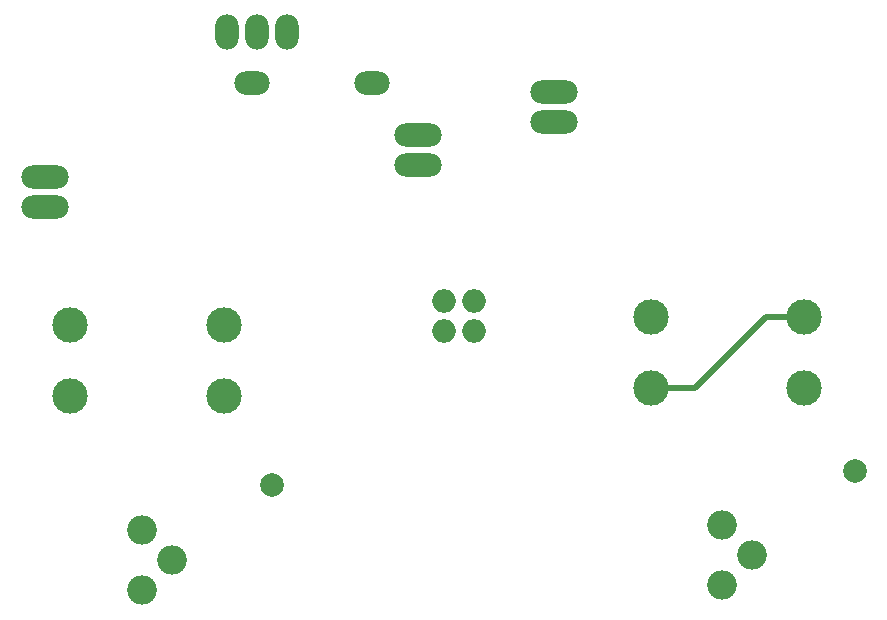
<source format=gbr>
%TF.GenerationSoftware,KiCad,Pcbnew,(6.0.7)*%
%TF.CreationDate,2023-01-19T20:49:39-05:00*%
%TF.ProjectId,Phoenix612_Stage_2_PA_Testing_v1,50686f65-6e69-4783-9631-325f53746167,rev?*%
%TF.SameCoordinates,Original*%
%TF.FileFunction,Copper,L2,Bot*%
%TF.FilePolarity,Positive*%
%FSLAX46Y46*%
G04 Gerber Fmt 4.6, Leading zero omitted, Abs format (unit mm)*
G04 Created by KiCad (PCBNEW (6.0.7)) date 2023-01-19 20:49:39*
%MOMM*%
%LPD*%
G01*
G04 APERTURE LIST*
%TA.AperFunction,ComponentPad*%
%ADD10O,4.000000X2.000000*%
%TD*%
%TA.AperFunction,ComponentPad*%
%ADD11C,3.000000*%
%TD*%
%TA.AperFunction,ComponentPad*%
%ADD12O,3.000000X2.000000*%
%TD*%
%TA.AperFunction,ComponentPad*%
%ADD13C,2.000000*%
%TD*%
%TA.AperFunction,ComponentPad*%
%ADD14O,2.500000X2.500000*%
%TD*%
%TA.AperFunction,ComponentPad*%
%ADD15O,2.000000X3.000000*%
%TD*%
%TA.AperFunction,ComponentPad*%
%ADD16O,2.000000X2.000000*%
%TD*%
%TA.AperFunction,Conductor*%
%ADD17C,0.550000*%
%TD*%
G04 APERTURE END LIST*
D10*
%TO.P,C5,2*%
%TO.N,GND*%
X50304700Y-48070649D03*
%TO.P,C5,1*%
%TO.N,Q1_12V*%
X50304700Y-45570649D03*
%TD*%
%TO.P,C9,1*%
%TO.N,Q2_12V*%
X93408500Y-38407849D03*
%TO.P,C9,2*%
%TO.N,GND*%
X93408500Y-40907849D03*
%TD*%
D11*
%TO.P,T2,1,AA*%
%TO.N,Net-(C14-Pad2)*%
X114622431Y-57448311D03*
%TO.P,T2,2,AB*%
%TO.N,Net-(C12-Pad1)*%
X101622431Y-57448311D03*
%TO.P,T2,3,SB*%
%TO.N,Q2_12V*%
X114622431Y-63448311D03*
%TO.P,T2,4,SA*%
%TO.N,Net-(C14-Pad2)*%
X101622431Y-63448311D03*
%TD*%
D12*
%TO.P,D1,1,K*%
%TO.N,TX12V*%
X78016100Y-37579300D03*
%TO.P,D1,2,A*%
%TO.N,Net-(D1-Pad2)*%
X67856100Y-37579300D03*
%TD*%
D13*
%TO.P,TP2,1,1*%
%TO.N,Net-(Q2-Pad2)*%
X118866631Y-70481311D03*
%TD*%
D10*
%TO.P,D2,1,K*%
%TO.N,Net-(D2-Pad1)*%
X81902300Y-44518500D03*
%TO.P,D2,2,A*%
%TO.N,TX12V*%
X81902300Y-41978500D03*
%TD*%
D14*
%TO.P,Q1,1,E*%
%TO.N,Net-(C4-Pad1)*%
X58496200Y-80568800D03*
%TO.P,Q1,2,B*%
%TO.N,Net-(C1-Pad2)*%
X61036200Y-78028800D03*
%TO.P,Q1,3,C*%
%TO.N,Net-(C2-Pad1)*%
X58496200Y-75488800D03*
%TD*%
%TO.P,Q2,1,E*%
%TO.N,Net-(C13-Pad1)*%
X107645200Y-80086200D03*
%TO.P,Q2,2,B*%
%TO.N,Net-(Q2-Pad2)*%
X110185200Y-77546200D03*
%TO.P,Q2,3,C*%
%TO.N,Net-(C12-Pad1)*%
X107645200Y-75006200D03*
%TD*%
D11*
%TO.P,T1,1,AA*%
%TO.N,Net-(C7-Pad2)*%
X65453400Y-58087000D03*
%TO.P,T1,2,AB*%
%TO.N,Net-(C2-Pad1)*%
X52453400Y-58087000D03*
%TO.P,T1,3,SB*%
%TO.N,Q1_12V*%
X65453400Y-64087000D03*
%TO.P,T1,4,SA*%
%TO.N,Net-(C7-Pad2)*%
X52453400Y-64087000D03*
%TD*%
D15*
%TO.P,J3,1,Pin_1*%
%TO.N,GND*%
X70838300Y-33286700D03*
%TO.P,J3,2,Pin_2*%
%TO.N,Net-(D1-Pad2)*%
X68298300Y-33286700D03*
%TO.P,J3,3,Pin_3*%
%TO.N,GND*%
X65758300Y-33286700D03*
%TD*%
D13*
%TO.P,TP1,1,1*%
%TO.N,Net-(C1-Pad2)*%
X69570600Y-71628000D03*
%TD*%
D16*
%TO.P,J4,1,Pin_1*%
%TO.N,Net-(R10-Pad2)*%
X84069000Y-56052800D03*
%TO.P,J4,2,Pin_2*%
%TO.N,Net-(C10-Pad2)*%
X86609000Y-56052800D03*
%TO.P,J4,3,Pin_3*%
%TO.N,Net-(J4-Pad3)*%
X84069000Y-58592800D03*
%TO.P,J4,4,Pin_4*%
X86609000Y-58592800D03*
%TD*%
D17*
%TO.N,Net-(C14-Pad2)*%
X105334689Y-63448311D02*
X101622431Y-63448311D01*
X114622431Y-57448311D02*
X111334689Y-57448311D01*
X111334689Y-57448311D02*
X105334689Y-63448311D01*
%TD*%
M02*

</source>
